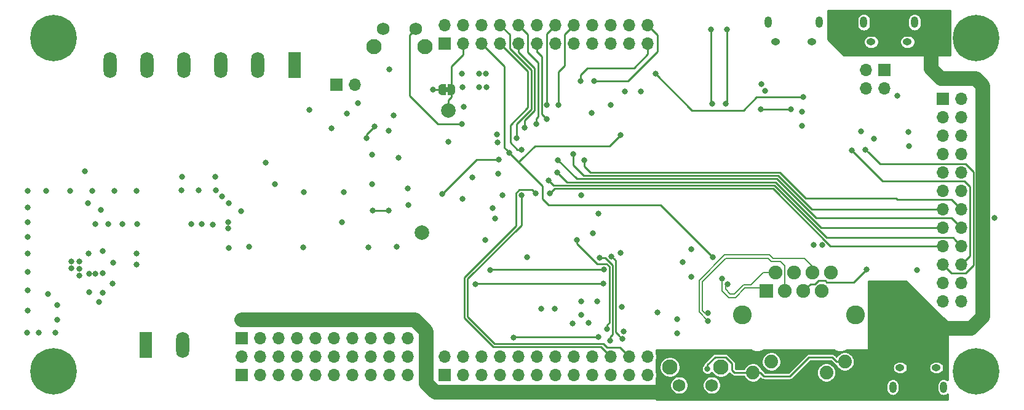
<source format=gbr>
G04 #@! TF.GenerationSoftware,KiCad,Pcbnew,(5.1.2)-1*
G04 #@! TF.CreationDate,2019-05-25T20:01:38-03:00*
G04 #@! TF.ProjectId,dragonmanh7,64726167-6f6e-46d6-916e-68372e6b6963,rev?*
G04 #@! TF.SameCoordinates,Original*
G04 #@! TF.FileFunction,Copper,L4,Bot*
G04 #@! TF.FilePolarity,Positive*
%FSLAX46Y46*%
G04 Gerber Fmt 4.6, Leading zero omitted, Abs format (unit mm)*
G04 Created by KiCad (PCBNEW (5.1.2)-1) date 2019-05-25 20:01:38*
%MOMM*%
%LPD*%
G04 APERTURE LIST*
%ADD10C,0.100000*%
%ADD11R,1.800000X3.600000*%
%ADD12O,1.800000X3.600000*%
%ADD13C,2.100000*%
%ADD14C,1.750000*%
%ADD15C,2.000000*%
%ADD16C,0.500000*%
%ADD17R,1.700000X1.700000*%
%ADD18O,1.700000X1.700000*%
%ADD19O,1.000000X1.550000*%
%ADD20O,1.250000X0.950000*%
%ADD21R,1.900000X1.900000*%
%ADD22C,1.900000*%
%ADD23C,1.890000*%
%ADD24C,2.600000*%
%ADD25C,0.800000*%
%ADD26C,6.400000*%
%ADD27C,0.250000*%
%ADD28C,2.000000*%
%ADD29C,0.200000*%
%ADD30C,0.254000*%
G04 APERTURE END LIST*
D10*
G36*
X116844000Y-39070000D02*
G01*
X117344000Y-39070000D01*
X117344000Y-39670000D01*
X116844000Y-39670000D01*
X116844000Y-39070000D01*
G37*
D11*
X75681840Y-74591820D03*
D12*
X80761840Y-74591820D03*
D11*
X96105980Y-36019740D03*
D12*
X91025980Y-36019740D03*
X85945980Y-36019740D03*
X80865980Y-36019740D03*
X75785980Y-36019740D03*
X70705980Y-36019740D03*
D13*
X147810940Y-77657160D03*
D14*
X149070940Y-80147160D03*
X153570940Y-80147160D03*
D13*
X154820940Y-77657160D03*
X114101160Y-33457680D03*
D14*
X112841160Y-30967680D03*
X108341160Y-30967680D03*
D13*
X107091160Y-33457680D03*
D15*
X113713260Y-59067700D03*
D16*
X117744000Y-39370000D03*
D10*
G36*
X117244000Y-38620000D02*
G01*
X117744000Y-38620000D01*
X117744000Y-38620602D01*
X117768534Y-38620602D01*
X117817365Y-38625412D01*
X117865490Y-38634984D01*
X117912445Y-38649228D01*
X117957778Y-38668005D01*
X118001051Y-38691136D01*
X118041850Y-38718396D01*
X118079779Y-38749524D01*
X118114476Y-38784221D01*
X118145604Y-38822150D01*
X118172864Y-38862949D01*
X118195995Y-38906222D01*
X118214772Y-38951555D01*
X118229016Y-38998510D01*
X118238588Y-39046635D01*
X118243398Y-39095466D01*
X118243398Y-39120000D01*
X118244000Y-39120000D01*
X118244000Y-39620000D01*
X118243398Y-39620000D01*
X118243398Y-39644534D01*
X118238588Y-39693365D01*
X118229016Y-39741490D01*
X118214772Y-39788445D01*
X118195995Y-39833778D01*
X118172864Y-39877051D01*
X118145604Y-39917850D01*
X118114476Y-39955779D01*
X118079779Y-39990476D01*
X118041850Y-40021604D01*
X118001051Y-40048864D01*
X117957778Y-40071995D01*
X117912445Y-40090772D01*
X117865490Y-40105016D01*
X117817365Y-40114588D01*
X117768534Y-40119398D01*
X117744000Y-40119398D01*
X117744000Y-40120000D01*
X117244000Y-40120000D01*
X117244000Y-38620000D01*
X117244000Y-38620000D01*
G37*
D16*
X116444000Y-39370000D03*
D10*
G36*
X116444000Y-40119398D02*
G01*
X116419466Y-40119398D01*
X116370635Y-40114588D01*
X116322510Y-40105016D01*
X116275555Y-40090772D01*
X116230222Y-40071995D01*
X116186949Y-40048864D01*
X116146150Y-40021604D01*
X116108221Y-39990476D01*
X116073524Y-39955779D01*
X116042396Y-39917850D01*
X116015136Y-39877051D01*
X115992005Y-39833778D01*
X115973228Y-39788445D01*
X115958984Y-39741490D01*
X115949412Y-39693365D01*
X115944602Y-39644534D01*
X115944602Y-39620000D01*
X115944000Y-39620000D01*
X115944000Y-39120000D01*
X115944602Y-39120000D01*
X115944602Y-39095466D01*
X115949412Y-39046635D01*
X115958984Y-38998510D01*
X115973228Y-38951555D01*
X115992005Y-38906222D01*
X116015136Y-38862949D01*
X116042396Y-38822150D01*
X116073524Y-38784221D01*
X116108221Y-38749524D01*
X116146150Y-38718396D01*
X116186949Y-38691136D01*
X116230222Y-38668005D01*
X116275555Y-38649228D01*
X116322510Y-38634984D01*
X116370635Y-38625412D01*
X116419466Y-38620602D01*
X116444000Y-38620602D01*
X116444000Y-38620000D01*
X116944000Y-38620000D01*
X116944000Y-40120000D01*
X116444000Y-40120000D01*
X116444000Y-40119398D01*
X116444000Y-40119398D01*
G37*
D15*
X117304820Y-42224960D03*
D17*
X116840000Y-33020000D03*
D18*
X116840000Y-30480000D03*
X119380000Y-33020000D03*
X119380000Y-30480000D03*
X121920000Y-33020000D03*
X121920000Y-30480000D03*
X124460000Y-33020000D03*
X124460000Y-30480000D03*
X127000000Y-33020000D03*
X127000000Y-30480000D03*
X129540000Y-33020000D03*
X129540000Y-30480000D03*
X132080000Y-33020000D03*
X132080000Y-30480000D03*
X134620000Y-33020000D03*
X134620000Y-30480000D03*
X137160000Y-33020000D03*
X137160000Y-30480000D03*
X139700000Y-33020000D03*
X139700000Y-30480000D03*
X142240000Y-33020000D03*
X142240000Y-30480000D03*
X144780000Y-33020000D03*
X144780000Y-30480000D03*
D19*
X174503200Y-30091400D03*
X181503200Y-30091400D03*
D20*
X180503200Y-32791400D03*
X175503200Y-32791400D03*
D19*
X185491000Y-80424000D03*
X178491000Y-80424000D03*
D20*
X179491000Y-77724000D03*
X184491000Y-77724000D03*
D19*
X161346000Y-30066000D03*
X168346000Y-30066000D03*
D20*
X167346000Y-32766000D03*
X162346000Y-32766000D03*
D21*
X161112200Y-67170300D03*
D22*
X162382200Y-64630300D03*
X163652200Y-67170300D03*
X164922200Y-64630300D03*
X166192200Y-67170300D03*
X167462200Y-64630300D03*
X168732200Y-67170300D03*
X170002200Y-64630300D03*
D23*
X171882200Y-76890300D03*
X169342200Y-78410300D03*
X161772200Y-76890300D03*
X159232200Y-78410300D03*
D24*
X157782200Y-70460300D03*
X173332200Y-70460300D03*
D17*
X88900000Y-78740000D03*
D18*
X88900000Y-76200000D03*
X91440000Y-78740000D03*
X91440000Y-76200000D03*
X93980000Y-78740000D03*
X93980000Y-76200000D03*
X96520000Y-78740000D03*
X96520000Y-76200000D03*
X99060000Y-78740000D03*
X99060000Y-76200000D03*
X101600000Y-78740000D03*
X101600000Y-76200000D03*
X104140000Y-78740000D03*
X104140000Y-76200000D03*
X106680000Y-78740000D03*
X106680000Y-76200000D03*
X109220000Y-78740000D03*
X109220000Y-76200000D03*
X111760000Y-78740000D03*
X111760000Y-76200000D03*
D17*
X88900000Y-73660000D03*
D18*
X88900000Y-71120000D03*
X91440000Y-73660000D03*
X91440000Y-71120000D03*
X93980000Y-73660000D03*
X93980000Y-71120000D03*
X96520000Y-73660000D03*
X96520000Y-71120000D03*
X99060000Y-73660000D03*
X99060000Y-71120000D03*
X101600000Y-73660000D03*
X101600000Y-71120000D03*
X104140000Y-73660000D03*
X104140000Y-71120000D03*
X106680000Y-73660000D03*
X106680000Y-71120000D03*
X109220000Y-73660000D03*
X109220000Y-71120000D03*
X111760000Y-73660000D03*
X111760000Y-71120000D03*
D17*
X101942900Y-38658800D03*
D18*
X104482900Y-38658800D03*
D17*
X177302160Y-36695380D03*
D18*
X177302160Y-39235380D03*
X174762160Y-36695380D03*
X174762160Y-39235380D03*
D17*
X116840000Y-78740000D03*
D18*
X116840000Y-76200000D03*
X119380000Y-78740000D03*
X119380000Y-76200000D03*
X121920000Y-78740000D03*
X121920000Y-76200000D03*
X124460000Y-78740000D03*
X124460000Y-76200000D03*
X127000000Y-78740000D03*
X127000000Y-76200000D03*
X129540000Y-78740000D03*
X129540000Y-76200000D03*
X132080000Y-78740000D03*
X132080000Y-76200000D03*
X134620000Y-78740000D03*
X134620000Y-76200000D03*
X137160000Y-78740000D03*
X137160000Y-76200000D03*
X139700000Y-78740000D03*
X139700000Y-76200000D03*
X142240000Y-78740000D03*
X142240000Y-76200000D03*
X144780000Y-78740000D03*
X144780000Y-76200000D03*
X187960000Y-68580000D03*
X185420000Y-68580000D03*
X187960000Y-66040000D03*
X185420000Y-66040000D03*
X187960000Y-63500000D03*
X185420000Y-63500000D03*
X187960000Y-60960000D03*
X185420000Y-60960000D03*
X187960000Y-58420000D03*
X185420000Y-58420000D03*
X187960000Y-55880000D03*
X185420000Y-55880000D03*
X187960000Y-53340000D03*
X185420000Y-53340000D03*
X187960000Y-50800000D03*
X185420000Y-50800000D03*
X187960000Y-48260000D03*
X185420000Y-48260000D03*
X187960000Y-45720000D03*
X185420000Y-45720000D03*
X187960000Y-43180000D03*
X185420000Y-43180000D03*
X187960000Y-40640000D03*
D17*
X185420000Y-40640000D03*
D25*
X61294944Y-33955056D03*
X62992000Y-34658000D03*
X64689056Y-33955056D03*
X65392000Y-32258000D03*
X64689056Y-30560944D03*
X62992000Y-29858000D03*
X61294944Y-30560944D03*
X60592000Y-32258000D03*
D26*
X62992000Y-32258000D03*
X62992000Y-78232000D03*
D25*
X65392000Y-78232000D03*
X64689056Y-79929056D03*
X62992000Y-80632000D03*
X61294944Y-79929056D03*
X60592000Y-78232000D03*
X61294944Y-76534944D03*
X62992000Y-75832000D03*
X64689056Y-76534944D03*
X188294944Y-33955056D03*
X189992000Y-34658000D03*
X191689056Y-33955056D03*
X192392000Y-32258000D03*
X191689056Y-30560944D03*
X189992000Y-29858000D03*
X188294944Y-30560944D03*
X187592000Y-32258000D03*
D26*
X189992000Y-32258000D03*
X189992000Y-78232000D03*
D25*
X192392000Y-78232000D03*
X191689056Y-79929056D03*
X189992000Y-80632000D03*
X188294944Y-79929056D03*
X187592000Y-78232000D03*
X188294944Y-76534944D03*
X189992000Y-75832000D03*
X191689056Y-76534944D03*
X146080480Y-70073280D03*
X137967720Y-56436260D03*
X139629611Y-41456185D03*
X106293920Y-61153040D03*
X124741940Y-53964840D03*
X131993640Y-69565520D03*
X109166660Y-36558220D03*
X68684140Y-57914540D03*
X70520560Y-57914540D03*
X72425560Y-57937400D03*
X74442320Y-57942480D03*
X71120000Y-66116200D03*
X69761100Y-64693800D03*
X71132700Y-63271400D03*
X69697600Y-61620400D03*
X74422000Y-53340000D03*
X74422000Y-63500000D03*
X74422000Y-61976000D03*
X61976000Y-53340000D03*
X59436000Y-53340000D03*
X68326000Y-53340000D03*
X71374000Y-53340000D03*
X65278000Y-53340000D03*
X59349000Y-72898000D03*
X59436000Y-61976000D03*
X59436000Y-57658000D03*
X59436000Y-67056000D03*
X59436000Y-64516000D03*
X59436000Y-69850000D03*
X59436000Y-59690000D03*
X59436000Y-55626000D03*
X63246000Y-72898000D03*
X63497420Y-69085420D03*
X63497420Y-71117420D03*
X60960000Y-72898000D03*
X62230000Y-67564000D03*
X106845098Y-52438300D03*
X137831260Y-68569140D03*
X135582420Y-68582300D03*
X153451560Y-31074360D03*
X111770160Y-55316120D03*
X122547620Y-39024800D03*
X121513360Y-39024800D03*
X119220220Y-39032420D03*
X123766080Y-57190140D03*
X69761100Y-67386200D03*
X115189000Y-39370000D03*
X124124720Y-46682662D03*
X120629440Y-51516040D03*
X174086398Y-45151160D03*
X166030750Y-42384980D03*
X153629360Y-41287700D03*
X180670200Y-45189140D03*
X117302280Y-46548040D03*
X135590280Y-53901340D03*
X124035820Y-45587920D03*
X148778200Y-71015860D03*
X148778200Y-73019920D03*
X141183360Y-69319140D03*
X137021094Y-42568970D03*
X141607540Y-39616140D03*
X143809720Y-39601140D03*
X137190480Y-59174620D03*
X119265700Y-54477920D03*
X103359504Y-42679482D03*
X130136900Y-69598540D03*
X181838600Y-64231520D03*
X141043660Y-61882020D03*
X69446140Y-56007000D03*
X67688460Y-55039260D03*
X67818000Y-61976000D03*
X67830700Y-67297300D03*
X65405000Y-63982600D03*
X67840620Y-64747380D03*
X68732400Y-64744600D03*
X66506720Y-65065280D03*
X123451620Y-55694580D03*
X134414260Y-71645780D03*
X135600200Y-70457300D03*
X136624060Y-71513700D03*
X141433360Y-72728900D03*
X150746460Y-65173860D03*
X149563060Y-63200520D03*
X155646120Y-31074360D03*
X160378140Y-38580060D03*
X160957260Y-39540180D03*
X167640000Y-60764420D03*
X168750692Y-60811968D03*
X110454440Y-48780700D03*
X111749840Y-53022500D03*
X122512060Y-37149800D03*
X121531620Y-37149800D03*
X119204980Y-37157420D03*
X69189600Y-68707000D03*
X66522600Y-64058800D03*
X66522600Y-63042800D03*
X65405000Y-63093600D03*
X106849760Y-48378960D03*
X101269800Y-44729400D03*
X104835960Y-41221660D03*
X175921722Y-46134673D03*
X124180600Y-50990500D03*
X109743000Y-42911000D03*
X109093000Y-45085000D03*
X119413020Y-41744900D03*
X128135380Y-62501780D03*
X150749000Y-61386720D03*
X67256660Y-50591720D03*
X166032180Y-44404280D03*
X192529260Y-57061100D03*
X102943660Y-53533040D03*
X110185200Y-61023500D03*
X155501340Y-41292780D03*
X180710840Y-47155100D03*
X122384820Y-60111640D03*
X102704900Y-57685940D03*
X179120804Y-40259000D03*
X138653520Y-66146680D03*
X121032110Y-66174665D03*
X138709400Y-64160400D03*
X123058389Y-64231059D03*
X137937670Y-73484310D03*
X126329440Y-73553320D03*
X139174913Y-72377796D03*
X135041640Y-60078620D03*
X138176000Y-62611000D03*
X139603480Y-74033380D03*
X141287492Y-73787000D03*
X139776198Y-62382400D03*
X106941620Y-56073040D03*
X109141260Y-56062880D03*
X125737620Y-48107600D03*
X141038580Y-45633640D03*
X153723340Y-62478920D03*
X172819074Y-47751160D03*
X174752000Y-47650400D03*
X160294320Y-42092880D03*
X164495480Y-42097960D03*
X145806160Y-37203380D03*
X166141400Y-40411400D03*
X176735740Y-66438780D03*
X176735740Y-69347080D03*
X176735740Y-67497960D03*
X176735740Y-68473320D03*
X182753000Y-32131000D03*
X184658000Y-31115000D03*
X184658000Y-29337000D03*
X182880000Y-31115000D03*
X182880000Y-29337000D03*
X183769000Y-30226000D03*
X186055000Y-31115000D03*
X186055000Y-29337000D03*
X185293000Y-30226000D03*
X171173140Y-31635700D03*
X172509180Y-31635700D03*
X169857420Y-31658560D03*
X169903140Y-28829000D03*
X172509180Y-28806140D03*
X171084240Y-28829000D03*
X171173140Y-30299660D03*
X172486320Y-30276800D03*
X169857420Y-30276800D03*
X107155979Y-44450000D03*
X106056186Y-46084941D03*
X153055320Y-71264000D03*
X153055320Y-70214000D03*
X155755732Y-66182632D03*
X155013268Y-65440168D03*
X174876460Y-64190880D03*
X130822700Y-43402511D03*
X129443480Y-44127511D03*
X127835660Y-44594780D03*
X126682500Y-46073060D03*
X127370840Y-47645320D03*
X119171720Y-44091860D03*
X116476780Y-53784500D03*
X124218700Y-49055020D03*
X127351370Y-53952990D03*
X129313938Y-53662580D03*
X131307840Y-53710840D03*
X131135120Y-51925220D03*
X132341620Y-50787300D03*
X132417820Y-49095660D03*
X134495540Y-48280320D03*
X136032240Y-49096228D03*
X137388600Y-38227000D03*
X135518740Y-38210376D03*
X132483860Y-41502490D03*
X130900010Y-41471680D03*
X97403920Y-53540660D03*
X84879180Y-57967880D03*
X81922620Y-57937400D03*
X83365340Y-57937400D03*
X89916000Y-61087000D03*
X92146120Y-49425860D03*
X98191320Y-42169080D03*
X85217000Y-51434998D03*
X80645000Y-51435000D03*
X97309940Y-61153040D03*
X93451680Y-52392580D03*
X80601820Y-53266340D03*
X82931240Y-53284360D03*
X85298520Y-53276740D03*
X86144100Y-54122320D03*
X87049360Y-55027580D03*
X87039200Y-57629040D03*
X87039200Y-58497720D03*
X88767920Y-56164480D03*
X87068660Y-61188600D03*
X152976580Y-77896720D03*
D27*
X116444000Y-39370000D02*
X115189000Y-39370000D01*
X153451560Y-41109900D02*
X153629360Y-41287700D01*
X153451560Y-31074360D02*
X153451560Y-41109900D01*
X155646120Y-41148000D02*
X155501340Y-41292780D01*
X155646120Y-31074360D02*
X155646120Y-41148000D01*
X138653520Y-66146680D02*
X121060095Y-66146680D01*
X121060095Y-66146680D02*
X121032110Y-66174665D01*
X138709400Y-64160400D02*
X123129048Y-64160400D01*
X123129048Y-64160400D02*
X123058389Y-64231059D01*
X126398450Y-73484310D02*
X126329440Y-73553320D01*
X137937670Y-73484310D02*
X126398450Y-73484310D01*
X137821135Y-63423800D02*
X135041640Y-60644305D01*
X139115800Y-63423800D02*
X137821135Y-63423800D01*
X135041640Y-60644305D02*
X135041640Y-60078620D01*
X139467934Y-71519090D02*
X139467934Y-63775934D01*
X139174913Y-71812111D02*
X139467934Y-71519090D01*
X139467934Y-63775934D02*
X139115800Y-63423800D01*
X139174913Y-72377796D02*
X139174913Y-71812111D01*
X139918440Y-73152735D02*
X139603480Y-73467695D01*
X139603480Y-73467695D02*
X139603480Y-74033380D01*
X139918440Y-63590029D02*
X139918440Y-73152735D01*
X138939411Y-62611000D02*
X139918440Y-63590029D01*
X138176000Y-62611000D02*
X138939411Y-62611000D01*
X140383260Y-62989462D02*
X140176197Y-62782399D01*
X140176197Y-62782399D02*
X139776198Y-62382400D01*
X140383260Y-72838479D02*
X140383260Y-62989462D01*
X140887493Y-73342712D02*
X140383260Y-72838479D01*
X140887493Y-73387001D02*
X140887493Y-73342712D01*
X141287492Y-73787000D02*
X140887493Y-73387001D01*
X106941620Y-56073040D02*
X109131100Y-56073040D01*
X109131100Y-56073040D02*
X109141260Y-56062880D01*
X125053421Y-36153421D02*
X125053421Y-47423401D01*
X125337621Y-47707601D02*
X125737620Y-48107600D01*
X121920000Y-33020000D02*
X125053421Y-36153421D01*
X125053421Y-47423401D02*
X125337621Y-47707601D01*
X146514820Y-55270400D02*
X153323341Y-62078921D01*
X130309620Y-54477920D02*
X131102100Y-55270400D01*
X131102100Y-55270400D02*
X146514820Y-55270400D01*
X130309620Y-52679600D02*
X130309620Y-54477920D01*
X153323341Y-62078921D02*
X153723340Y-62478920D01*
X127001270Y-49371250D02*
X130309620Y-52679600D01*
X125737620Y-48107600D02*
X127001270Y-49371250D01*
X127487680Y-48884840D02*
X127001270Y-49371250D01*
X129237740Y-47134780D02*
X127487680Y-48884840D01*
X141038580Y-45633640D02*
X139537440Y-47134780D01*
X139537440Y-47134780D02*
X129237740Y-47134780D01*
X172830920Y-47751160D02*
X172819074Y-47751160D01*
X177054761Y-51975001D02*
X172830920Y-47751160D01*
X188334003Y-51975001D02*
X177054761Y-51975001D01*
X189135001Y-52775999D02*
X188334003Y-51975001D01*
X187960000Y-63500000D02*
X189135001Y-62324999D01*
X189135001Y-62324999D02*
X189135001Y-52775999D01*
X188524001Y-49624999D02*
X176726599Y-49624999D01*
X185420000Y-63500000D02*
X186595001Y-64675001D01*
X176726599Y-49624999D02*
X175151999Y-48050399D01*
X175151999Y-48050399D02*
X174752000Y-47650400D01*
X189598300Y-50699298D02*
X188524001Y-49624999D01*
X189598300Y-63600702D02*
X189598300Y-50699298D01*
X188524001Y-64675001D02*
X189598300Y-63600702D01*
X186595001Y-64675001D02*
X188524001Y-64675001D01*
X160294320Y-42092880D02*
X164490400Y-42092880D01*
X164490400Y-42092880D02*
X164495480Y-42097960D01*
X145806160Y-37203380D02*
X150837900Y-42235120D01*
X150837900Y-42235120D02*
X157914340Y-42235120D01*
X157914340Y-42235120D02*
X159738060Y-40411400D01*
X165575715Y-40411400D02*
X166141400Y-40411400D01*
X159738060Y-40411400D02*
X165575715Y-40411400D01*
X184658000Y-31115000D02*
X182880000Y-31115000D01*
X182880000Y-31115000D02*
X183769000Y-30226000D01*
X184658000Y-31115000D02*
X186055000Y-31115000D01*
X184658000Y-31115000D02*
X184658000Y-30861000D01*
X184658000Y-30861000D02*
X185293000Y-30226000D01*
X171173140Y-31635700D02*
X172509180Y-31635700D01*
X169857420Y-28874720D02*
X169903140Y-28829000D01*
X172509180Y-31635700D02*
X172509180Y-30299660D01*
X172509180Y-30299660D02*
X172486320Y-30276800D01*
X169857420Y-31658560D02*
X169857420Y-30276800D01*
X169857420Y-30276800D02*
X169857420Y-28874720D01*
D28*
X88900000Y-71120000D02*
X112712500Y-71120000D01*
X114305080Y-79890620D02*
X115534440Y-81119980D01*
X114305080Y-72712580D02*
X114305080Y-79890620D01*
X112712500Y-71120000D02*
X114305080Y-72712580D01*
X171610020Y-81119980D02*
X180340000Y-72390000D01*
X145434022Y-81119980D02*
X145461962Y-81147920D01*
X115534440Y-81119980D02*
X145434022Y-81119980D01*
X145461962Y-81147920D02*
X146679920Y-81147920D01*
X183769000Y-31958280D02*
X183769000Y-30226000D01*
X183769000Y-36522660D02*
X183769000Y-31958280D01*
X185127900Y-37881560D02*
X183769000Y-36522660D01*
X189969140Y-37881560D02*
X185127900Y-37881560D01*
X190929260Y-38841680D02*
X189969140Y-37881560D01*
X184774840Y-72293480D02*
X189293500Y-72293480D01*
X189293500Y-72293480D02*
X190929260Y-70657720D01*
X190929260Y-70657720D02*
X190929260Y-38841680D01*
D27*
X106056186Y-45549793D02*
X106056186Y-46084941D01*
X107155979Y-44450000D02*
X106056186Y-45549793D01*
D29*
X151854960Y-70063640D02*
X151854960Y-65664860D01*
X153055320Y-71264000D02*
X151854960Y-70063640D01*
X151854960Y-65664860D02*
X155344640Y-62175180D01*
X167462200Y-63792100D02*
X167462200Y-64630300D01*
X155344640Y-62175180D02*
X161515279Y-62175180D01*
X166339520Y-62669420D02*
X167462200Y-63792100D01*
X161515279Y-62175180D02*
X162009519Y-62669420D01*
X162009519Y-62669420D02*
X166339520Y-62669420D01*
X163652200Y-64948499D02*
X163652200Y-67170300D01*
X163632201Y-64928500D02*
X163652200Y-64948499D01*
X163632201Y-63678121D02*
X163632201Y-64928500D01*
X152641717Y-70214000D02*
X152304960Y-69877243D01*
X152304960Y-69877243D02*
X152304960Y-65851260D01*
X163052760Y-63098680D02*
X163632201Y-63678121D01*
X153055320Y-70214000D02*
X152641717Y-70214000D01*
X161328881Y-62625180D02*
X161802381Y-63098680D01*
X152304960Y-65851260D02*
X155531040Y-62625180D01*
X161802381Y-63098680D02*
X163052760Y-63098680D01*
X155531040Y-62625180D02*
X161328881Y-62625180D01*
X160657540Y-64630300D02*
X162382200Y-64630300D01*
X158977540Y-66310300D02*
X160657540Y-64630300D01*
X155463268Y-66475096D02*
X155463268Y-66928328D01*
X155755732Y-66182632D02*
X155463268Y-66475096D01*
X155463268Y-66928328D02*
X156125400Y-67590460D01*
X156125400Y-67590460D02*
X156645120Y-67590460D01*
X156645120Y-67590460D02*
X157925280Y-66310300D01*
X157925280Y-66310300D02*
X158977540Y-66310300D01*
X155013268Y-67114728D02*
X155939000Y-68040460D01*
X155013268Y-65440168D02*
X155013268Y-67114728D01*
X155939000Y-68040460D02*
X156831520Y-68040460D01*
X160702200Y-66760300D02*
X161112200Y-67170300D01*
X158111680Y-66760300D02*
X160702200Y-66760300D01*
X156831520Y-68040460D02*
X158111680Y-66760300D01*
D27*
X169396141Y-65947239D02*
X173120101Y-65947239D01*
X169173942Y-65725040D02*
X169396141Y-65947239D01*
X168254462Y-65725040D02*
X169173942Y-65725040D01*
X174476461Y-64590879D02*
X174876460Y-64190880D01*
X167759201Y-66220301D02*
X168254462Y-65725040D01*
X167142199Y-66220301D02*
X167759201Y-66220301D01*
X173120101Y-65947239D02*
X174476461Y-64590879D01*
X166192200Y-67170300D02*
X167142199Y-66220301D01*
X129540000Y-34222081D02*
X129540000Y-33020000D01*
X129599081Y-34222081D02*
X129540000Y-34222081D01*
X130175000Y-34798000D02*
X129599081Y-34222081D01*
X130822700Y-43402511D02*
X130175000Y-42754811D01*
X130175000Y-42754811D02*
X130175000Y-34798000D01*
X127849999Y-31329999D02*
X127000000Y-30480000D01*
X129443480Y-43350180D02*
X129667000Y-43126660D01*
X129667000Y-43126660D02*
X129667000Y-35643820D01*
X129443480Y-44127511D02*
X129443480Y-43350180D01*
X129667000Y-35643820D02*
X128259840Y-34236660D01*
X128259840Y-31739840D02*
X127849999Y-31329999D01*
X128259840Y-34236660D02*
X128259840Y-31739840D01*
X127835660Y-44594780D02*
X127835660Y-43573982D01*
X127835660Y-43573982D02*
X129170022Y-42239620D01*
X127000000Y-34222081D02*
X127000000Y-33020000D01*
X129170022Y-36392103D02*
X127000000Y-34222081D01*
X129170022Y-42239620D02*
X129170022Y-36392103D01*
X126682500Y-44090731D02*
X126682500Y-45507375D01*
X128720011Y-42053220D02*
X126682500Y-44090731D01*
X126682500Y-45507375D02*
X126682500Y-46073060D01*
X125760010Y-33683600D02*
X128720011Y-36643600D01*
X125760010Y-31780010D02*
X125760010Y-33683600D01*
X128720011Y-36643600D02*
X128720011Y-42053220D01*
X124460000Y-30480000D02*
X125760010Y-31780010D01*
X126805155Y-47645320D02*
X127370840Y-47645320D01*
X125835672Y-46675837D02*
X126805155Y-47645320D01*
X128270000Y-41866820D02*
X125835672Y-44301148D01*
X124460000Y-33020000D02*
X128270000Y-36830000D01*
X125835672Y-44301148D02*
X125835672Y-46675837D01*
X128270000Y-36830000D02*
X128270000Y-41866820D01*
X112841160Y-30967680D02*
X111966161Y-31842679D01*
X115846860Y-44091860D02*
X118606035Y-44091860D01*
X118606035Y-44091860D02*
X119171720Y-44091860D01*
X111966161Y-40211161D02*
X115846860Y-44091860D01*
X111966161Y-31842679D02*
X111966161Y-40211161D01*
X121206260Y-49055020D02*
X123653015Y-49055020D01*
X123653015Y-49055020D02*
X124218700Y-49055020D01*
X116476780Y-53784500D02*
X121206260Y-49055020D01*
X127351370Y-54518675D02*
X127351370Y-53952990D01*
X127351370Y-58090360D02*
X127351370Y-54518675D01*
X119979440Y-65462290D02*
X127351370Y-58090360D01*
X140942060Y-74902060D02*
X139170556Y-74902060D01*
X142240000Y-76200000D02*
X140942060Y-74902060D01*
X139170556Y-74902060D02*
X138662555Y-74394059D01*
X138662555Y-74394059D02*
X123695459Y-74394059D01*
X123695459Y-74394059D02*
X119979440Y-70678040D01*
X119979440Y-70678040D02*
X119979440Y-65462290D01*
X123509059Y-74844070D02*
X119529429Y-70864440D01*
X119529429Y-70864440D02*
X119529429Y-65275890D01*
X119529429Y-65275890D02*
X126606300Y-58199020D01*
X126606300Y-58199020D02*
X126606300Y-53672740D01*
X127081280Y-53197760D02*
X128849118Y-53197760D01*
X126606300Y-53672740D02*
X127081280Y-53197760D01*
X138344070Y-74844070D02*
X123509059Y-74844070D01*
X139700000Y-76200000D02*
X138344070Y-74844070D01*
X128913939Y-53262581D02*
X129313938Y-53662580D01*
X128849118Y-53197760D02*
X128913939Y-53262581D01*
X131994025Y-53024655D02*
X161988685Y-53024655D01*
X131307840Y-53710840D02*
X131994025Y-53024655D01*
X161988685Y-53024655D02*
X169924030Y-60960000D01*
X184217919Y-60960000D02*
X185420000Y-60960000D01*
X169924030Y-60960000D02*
X184217919Y-60960000D01*
X186784999Y-59784999D02*
X187110001Y-60110001D01*
X169385438Y-59784999D02*
X186784999Y-59784999D01*
X187110001Y-60110001D02*
X187960000Y-60960000D01*
X162175084Y-52574644D02*
X169385438Y-59784999D01*
X131784544Y-52574644D02*
X162175084Y-52574644D01*
X131135120Y-51925220D02*
X131784544Y-52574644D01*
X184217919Y-58420000D02*
X185420000Y-58420000D01*
X168656851Y-58420000D02*
X184217919Y-58420000D01*
X162361484Y-52124633D02*
X168656851Y-58420000D01*
X133678953Y-52124633D02*
X162361484Y-52124633D01*
X132341620Y-50787300D02*
X133678953Y-52124633D01*
X132417820Y-49095660D02*
X134996782Y-51674622D01*
X134996782Y-51674622D02*
X162547884Y-51674622D01*
X162547884Y-51674622D02*
X167928262Y-57055001D01*
X167928262Y-57055001D02*
X186595001Y-57055001D01*
X186595001Y-57055001D02*
X187110001Y-57570001D01*
X187110001Y-57570001D02*
X187960000Y-58420000D01*
X184217919Y-55880000D02*
X185420000Y-55880000D01*
X167389673Y-55880000D02*
X184217919Y-55880000D01*
X162734284Y-51224611D02*
X167389673Y-55880000D01*
X135908211Y-51224611D02*
X162734284Y-51224611D01*
X134495540Y-48280320D02*
X134495540Y-49811940D01*
X134495540Y-49811940D02*
X135908211Y-51224611D01*
X136032240Y-49951640D02*
X136032240Y-49096228D01*
X136855200Y-50774600D02*
X136032240Y-49951640D01*
X186595001Y-54515001D02*
X179096921Y-54515001D01*
X187960000Y-55880000D02*
X186595001Y-54515001D01*
X179096921Y-54515001D02*
X178970940Y-54389020D01*
X178970940Y-54389020D02*
X166535103Y-54389020D01*
X166535103Y-54389020D02*
X162920683Y-50774600D01*
X162920683Y-50774600D02*
X136855200Y-50774600D01*
X146103340Y-34129980D02*
X142006320Y-38227000D01*
X142006320Y-38227000D02*
X137954285Y-38227000D01*
X144780000Y-30480000D02*
X146103340Y-31803340D01*
X137954285Y-38227000D02*
X137388600Y-38227000D01*
X146103340Y-31803340D02*
X146103340Y-34129980D01*
X135481060Y-37373560D02*
X135481060Y-38172696D01*
X136481820Y-36372800D02*
X135481060Y-37373560D01*
X142902940Y-36372800D02*
X136481820Y-36372800D01*
X135481060Y-38172696D02*
X135518740Y-38210376D01*
X144780000Y-33020000D02*
X144780000Y-34495740D01*
X144780000Y-34495740D02*
X142902940Y-36372800D01*
X133339391Y-31760609D02*
X134620000Y-30480000D01*
X133339391Y-36039611D02*
X133339391Y-31760609D01*
X132483860Y-36895142D02*
X133339391Y-36039611D01*
X132483860Y-41502490D02*
X132483860Y-36895142D01*
X130900010Y-31659990D02*
X130900010Y-40905995D01*
X132080000Y-30480000D02*
X130900010Y-31659990D01*
X130900010Y-40905995D02*
X130900010Y-41471680D01*
X170771240Y-76890300D02*
X170157140Y-76276200D01*
X166938960Y-76276200D02*
X164338000Y-78877160D01*
X171882200Y-76890300D02*
X170771240Y-76890300D01*
X164338000Y-78877160D02*
X160723580Y-78877160D01*
X170157140Y-76276200D02*
X166938960Y-76276200D01*
X160256720Y-78410300D02*
X159232200Y-78410300D01*
X160723580Y-78877160D02*
X160256720Y-78410300D01*
X155480941Y-76282159D02*
X156329380Y-77130598D01*
X154025456Y-76282159D02*
X155480941Y-76282159D01*
X152976580Y-77896720D02*
X152976580Y-77331035D01*
X152976580Y-77331035D02*
X154025456Y-76282159D01*
X156329380Y-77130598D02*
X156329380Y-78056740D01*
X156682940Y-78410300D02*
X159232200Y-78410300D01*
X156329380Y-78056740D02*
X156682940Y-78410300D01*
X117729000Y-39385000D02*
X117744000Y-39370000D01*
X117744000Y-39370000D02*
X117744000Y-36180000D01*
X119380000Y-34544000D02*
X119380000Y-33020000D01*
X117744000Y-36180000D02*
X119380000Y-34544000D01*
X117744000Y-40371567D02*
X117744000Y-40157160D01*
X117304820Y-42224960D02*
X117304820Y-40810747D01*
X117304820Y-40810747D02*
X117744000Y-40371567D01*
X117744000Y-39370000D02*
X117744000Y-40157160D01*
D30*
G36*
X186021980Y-71454558D02*
G01*
X186021980Y-79445066D01*
X185982824Y-79412932D01*
X185829774Y-79331125D01*
X185663705Y-79280748D01*
X185491000Y-79263738D01*
X185318294Y-79280748D01*
X185152225Y-79331125D01*
X184999175Y-79412932D01*
X184865025Y-79523025D01*
X184754932Y-79657176D01*
X184673125Y-79810226D01*
X184622748Y-79976295D01*
X184610000Y-80105728D01*
X184610000Y-80742273D01*
X184622748Y-80871706D01*
X184673125Y-81037775D01*
X184754933Y-81190825D01*
X184865026Y-81324975D01*
X184999176Y-81435068D01*
X185152226Y-81516875D01*
X185318295Y-81567252D01*
X185491000Y-81584262D01*
X185663706Y-81567252D01*
X185829775Y-81516875D01*
X185982825Y-81435068D01*
X186021980Y-81402935D01*
X186021980Y-82094000D01*
X145972791Y-82094000D01*
X145971571Y-80023455D01*
X147814940Y-80023455D01*
X147814940Y-80270865D01*
X147863208Y-80513522D01*
X147957887Y-80742099D01*
X148095341Y-80947813D01*
X148270287Y-81122759D01*
X148476001Y-81260213D01*
X148704578Y-81354892D01*
X148947235Y-81403160D01*
X149194645Y-81403160D01*
X149437302Y-81354892D01*
X149665879Y-81260213D01*
X149871593Y-81122759D01*
X150046539Y-80947813D01*
X150183993Y-80742099D01*
X150278672Y-80513522D01*
X150326940Y-80270865D01*
X150326940Y-80023455D01*
X152314940Y-80023455D01*
X152314940Y-80270865D01*
X152363208Y-80513522D01*
X152457887Y-80742099D01*
X152595341Y-80947813D01*
X152770287Y-81122759D01*
X152976001Y-81260213D01*
X153204578Y-81354892D01*
X153447235Y-81403160D01*
X153694645Y-81403160D01*
X153937302Y-81354892D01*
X154165879Y-81260213D01*
X154371593Y-81122759D01*
X154546539Y-80947813D01*
X154683993Y-80742099D01*
X154778672Y-80513522D01*
X154826940Y-80270865D01*
X154826940Y-80105728D01*
X177610000Y-80105728D01*
X177610000Y-80742273D01*
X177622748Y-80871706D01*
X177673125Y-81037775D01*
X177754933Y-81190825D01*
X177865026Y-81324975D01*
X177999176Y-81435068D01*
X178152226Y-81516875D01*
X178318295Y-81567252D01*
X178491000Y-81584262D01*
X178663706Y-81567252D01*
X178829775Y-81516875D01*
X178982825Y-81435068D01*
X179116975Y-81324975D01*
X179227068Y-81190825D01*
X179308875Y-81037775D01*
X179359252Y-80871706D01*
X179372000Y-80742273D01*
X179372000Y-80105727D01*
X179359252Y-79976294D01*
X179308875Y-79810225D01*
X179227068Y-79657175D01*
X179116975Y-79523025D01*
X178982824Y-79412932D01*
X178829774Y-79331125D01*
X178663705Y-79280748D01*
X178491000Y-79263738D01*
X178318294Y-79280748D01*
X178152225Y-79331125D01*
X177999175Y-79412932D01*
X177865025Y-79523025D01*
X177754932Y-79657176D01*
X177673125Y-79810226D01*
X177622748Y-79976295D01*
X177610000Y-80105728D01*
X154826940Y-80105728D01*
X154826940Y-80023455D01*
X154778672Y-79780798D01*
X154683993Y-79552221D01*
X154546539Y-79346507D01*
X154371593Y-79171561D01*
X154165879Y-79034107D01*
X153937302Y-78939428D01*
X153694645Y-78891160D01*
X153447235Y-78891160D01*
X153204578Y-78939428D01*
X152976001Y-79034107D01*
X152770287Y-79171561D01*
X152595341Y-79346507D01*
X152457887Y-79552221D01*
X152363208Y-79780798D01*
X152314940Y-80023455D01*
X150326940Y-80023455D01*
X150278672Y-79780798D01*
X150183993Y-79552221D01*
X150046539Y-79346507D01*
X149871593Y-79171561D01*
X149665879Y-79034107D01*
X149437302Y-78939428D01*
X149194645Y-78891160D01*
X148947235Y-78891160D01*
X148704578Y-78939428D01*
X148476001Y-79034107D01*
X148270287Y-79171561D01*
X148095341Y-79346507D01*
X147957887Y-79552221D01*
X147863208Y-79780798D01*
X147814940Y-80023455D01*
X145971571Y-80023455D01*
X145970999Y-79054464D01*
X145993188Y-78981318D01*
X146016956Y-78740000D01*
X145993188Y-78498682D01*
X145970628Y-78424311D01*
X145970093Y-77516219D01*
X146379940Y-77516219D01*
X146379940Y-77798101D01*
X146434933Y-78074567D01*
X146542804Y-78334993D01*
X146699410Y-78569369D01*
X146898731Y-78768690D01*
X147133107Y-78925296D01*
X147393533Y-79033167D01*
X147669999Y-79088160D01*
X147951881Y-79088160D01*
X148228347Y-79033167D01*
X148488773Y-78925296D01*
X148723149Y-78768690D01*
X148922470Y-78569369D01*
X149079076Y-78334993D01*
X149186947Y-78074567D01*
X149237624Y-77819798D01*
X152195580Y-77819798D01*
X152195580Y-77973642D01*
X152225593Y-78124529D01*
X152284467Y-78266662D01*
X152369938Y-78394579D01*
X152478721Y-78503362D01*
X152606638Y-78588833D01*
X152748771Y-78647707D01*
X152899658Y-78677720D01*
X153053502Y-78677720D01*
X153204389Y-78647707D01*
X153346522Y-78588833D01*
X153474439Y-78503362D01*
X153583222Y-78394579D01*
X153587920Y-78387548D01*
X153709410Y-78569369D01*
X153908731Y-78768690D01*
X154143107Y-78925296D01*
X154403533Y-79033167D01*
X154679999Y-79088160D01*
X154961881Y-79088160D01*
X155238347Y-79033167D01*
X155498773Y-78925296D01*
X155733149Y-78768690D01*
X155932470Y-78569369D01*
X156010155Y-78453106D01*
X156307568Y-78750520D01*
X156323413Y-78769827D01*
X156400461Y-78833059D01*
X156488365Y-78880045D01*
X156561547Y-78902244D01*
X156583746Y-78908978D01*
X156593634Y-78909952D01*
X156658086Y-78916300D01*
X156658093Y-78916300D01*
X156682939Y-78918747D01*
X156707785Y-78916300D01*
X158006540Y-78916300D01*
X158057114Y-79038397D01*
X158202229Y-79255576D01*
X158386924Y-79440271D01*
X158604103Y-79585386D01*
X158845420Y-79685343D01*
X159101600Y-79736300D01*
X159362800Y-79736300D01*
X159618980Y-79685343D01*
X159860297Y-79585386D01*
X160077476Y-79440271D01*
X160262171Y-79255576D01*
X160311932Y-79181104D01*
X160348208Y-79217380D01*
X160364053Y-79236687D01*
X160441101Y-79299919D01*
X160528260Y-79346507D01*
X160529005Y-79346905D01*
X160624387Y-79375838D01*
X160723580Y-79385608D01*
X160748434Y-79383160D01*
X164313154Y-79383160D01*
X164338000Y-79385607D01*
X164362846Y-79383160D01*
X164362854Y-79383160D01*
X164437193Y-79375838D01*
X164532575Y-79346905D01*
X164620479Y-79299919D01*
X164697527Y-79236687D01*
X164713376Y-79217375D01*
X165651051Y-78279700D01*
X168016200Y-78279700D01*
X168016200Y-78540900D01*
X168067157Y-78797080D01*
X168167114Y-79038397D01*
X168312229Y-79255576D01*
X168496924Y-79440271D01*
X168714103Y-79585386D01*
X168955420Y-79685343D01*
X169211600Y-79736300D01*
X169472800Y-79736300D01*
X169728980Y-79685343D01*
X169970297Y-79585386D01*
X170187476Y-79440271D01*
X170372171Y-79255576D01*
X170517286Y-79038397D01*
X170617243Y-78797080D01*
X170668200Y-78540900D01*
X170668200Y-78279700D01*
X170617243Y-78023520D01*
X170517286Y-77782203D01*
X170372171Y-77565024D01*
X170187476Y-77380329D01*
X169970297Y-77235214D01*
X169728980Y-77135257D01*
X169472800Y-77084300D01*
X169211600Y-77084300D01*
X168955420Y-77135257D01*
X168714103Y-77235214D01*
X168496924Y-77380329D01*
X168312229Y-77565024D01*
X168167114Y-77782203D01*
X168067157Y-78023520D01*
X168016200Y-78279700D01*
X165651051Y-78279700D01*
X167148552Y-76782200D01*
X169947549Y-76782200D01*
X170395868Y-77230520D01*
X170411713Y-77249827D01*
X170488761Y-77313059D01*
X170576665Y-77360045D01*
X170650842Y-77382546D01*
X170707114Y-77518397D01*
X170852229Y-77735576D01*
X171036924Y-77920271D01*
X171254103Y-78065386D01*
X171495420Y-78165343D01*
X171751600Y-78216300D01*
X172012800Y-78216300D01*
X172268980Y-78165343D01*
X172510297Y-78065386D01*
X172727476Y-77920271D01*
X172912171Y-77735576D01*
X172919905Y-77724000D01*
X178480859Y-77724000D01*
X178497386Y-77891805D01*
X178546333Y-78053162D01*
X178625819Y-78201869D01*
X178732788Y-78332212D01*
X178863131Y-78439181D01*
X179011838Y-78518667D01*
X179173195Y-78567614D01*
X179298955Y-78580000D01*
X179683045Y-78580000D01*
X179808805Y-78567614D01*
X179970162Y-78518667D01*
X180118869Y-78439181D01*
X180249212Y-78332212D01*
X180356181Y-78201869D01*
X180435667Y-78053162D01*
X180484614Y-77891805D01*
X180501141Y-77724000D01*
X183480859Y-77724000D01*
X183497386Y-77891805D01*
X183546333Y-78053162D01*
X183625819Y-78201869D01*
X183732788Y-78332212D01*
X183863131Y-78439181D01*
X184011838Y-78518667D01*
X184173195Y-78567614D01*
X184298955Y-78580000D01*
X184683045Y-78580000D01*
X184808805Y-78567614D01*
X184970162Y-78518667D01*
X185118869Y-78439181D01*
X185249212Y-78332212D01*
X185356181Y-78201869D01*
X185435667Y-78053162D01*
X185484614Y-77891805D01*
X185501141Y-77724000D01*
X185484614Y-77556195D01*
X185435667Y-77394838D01*
X185356181Y-77246131D01*
X185249212Y-77115788D01*
X185118869Y-77008819D01*
X184970162Y-76929333D01*
X184808805Y-76880386D01*
X184683045Y-76868000D01*
X184298955Y-76868000D01*
X184173195Y-76880386D01*
X184011838Y-76929333D01*
X183863131Y-77008819D01*
X183732788Y-77115788D01*
X183625819Y-77246131D01*
X183546333Y-77394838D01*
X183497386Y-77556195D01*
X183480859Y-77724000D01*
X180501141Y-77724000D01*
X180484614Y-77556195D01*
X180435667Y-77394838D01*
X180356181Y-77246131D01*
X180249212Y-77115788D01*
X180118869Y-77008819D01*
X179970162Y-76929333D01*
X179808805Y-76880386D01*
X179683045Y-76868000D01*
X179298955Y-76868000D01*
X179173195Y-76880386D01*
X179011838Y-76929333D01*
X178863131Y-77008819D01*
X178732788Y-77115788D01*
X178625819Y-77246131D01*
X178546333Y-77394838D01*
X178497386Y-77556195D01*
X178480859Y-77724000D01*
X172919905Y-77724000D01*
X173057286Y-77518397D01*
X173157243Y-77277080D01*
X173208200Y-77020900D01*
X173208200Y-76759700D01*
X173157243Y-76503520D01*
X173057286Y-76262203D01*
X172912171Y-76045024D01*
X172727476Y-75860329D01*
X172510297Y-75715214D01*
X172268980Y-75615257D01*
X172012800Y-75564300D01*
X171751600Y-75564300D01*
X171495420Y-75615257D01*
X171254103Y-75715214D01*
X171036924Y-75860329D01*
X170852229Y-76045024D01*
X170767845Y-76171313D01*
X170532516Y-75935985D01*
X170516667Y-75916673D01*
X170439619Y-75853441D01*
X170351715Y-75806455D01*
X170256333Y-75777522D01*
X170181994Y-75770200D01*
X170181986Y-75770200D01*
X170157140Y-75767753D01*
X170132294Y-75770200D01*
X166963814Y-75770200D01*
X166938960Y-75767752D01*
X166914106Y-75770200D01*
X166839767Y-75777522D01*
X166744385Y-75806455D01*
X166656481Y-75853441D01*
X166579433Y-75916673D01*
X166563588Y-75935980D01*
X164128409Y-78371160D01*
X160933172Y-78371160D01*
X160632096Y-78070085D01*
X160616247Y-78050773D01*
X160539199Y-77987541D01*
X160479015Y-77955372D01*
X160407286Y-77782203D01*
X160262171Y-77565024D01*
X160077476Y-77380329D01*
X159860297Y-77235214D01*
X159618980Y-77135257D01*
X159362800Y-77084300D01*
X159101600Y-77084300D01*
X158845420Y-77135257D01*
X158604103Y-77235214D01*
X158386924Y-77380329D01*
X158202229Y-77565024D01*
X158057114Y-77782203D01*
X158006540Y-77904300D01*
X156892532Y-77904300D01*
X156835380Y-77847149D01*
X156835380Y-77155452D01*
X156837828Y-77130598D01*
X156828058Y-77031405D01*
X156799125Y-76936023D01*
X156795549Y-76929333D01*
X156752139Y-76848119D01*
X156688907Y-76771071D01*
X156675052Y-76759700D01*
X160446200Y-76759700D01*
X160446200Y-77020900D01*
X160497157Y-77277080D01*
X160597114Y-77518397D01*
X160742229Y-77735576D01*
X160926924Y-77920271D01*
X161144103Y-78065386D01*
X161385420Y-78165343D01*
X161641600Y-78216300D01*
X161902800Y-78216300D01*
X162158980Y-78165343D01*
X162400297Y-78065386D01*
X162617476Y-77920271D01*
X162802171Y-77735576D01*
X162947286Y-77518397D01*
X163047243Y-77277080D01*
X163098200Y-77020900D01*
X163098200Y-76759700D01*
X163047243Y-76503520D01*
X162947286Y-76262203D01*
X162802171Y-76045024D01*
X162617476Y-75860329D01*
X162400297Y-75715214D01*
X162158980Y-75615257D01*
X161902800Y-75564300D01*
X161641600Y-75564300D01*
X161385420Y-75615257D01*
X161144103Y-75715214D01*
X160926924Y-75860329D01*
X160742229Y-76045024D01*
X160597114Y-76262203D01*
X160497157Y-76503520D01*
X160446200Y-76759700D01*
X156675052Y-76759700D01*
X156669600Y-76755226D01*
X155856317Y-75941944D01*
X155840468Y-75922632D01*
X155763420Y-75859400D01*
X155675516Y-75812414D01*
X155580134Y-75783481D01*
X155505795Y-75776159D01*
X155505787Y-75776159D01*
X155480941Y-75773712D01*
X155456095Y-75776159D01*
X154050310Y-75776159D01*
X154025456Y-75773711D01*
X154000602Y-75776159D01*
X153926263Y-75783481D01*
X153830881Y-75812414D01*
X153742977Y-75859400D01*
X153665929Y-75922632D01*
X153650084Y-75941939D01*
X152636360Y-76955664D01*
X152617054Y-76971508D01*
X152553822Y-77048556D01*
X152534409Y-77084875D01*
X152506835Y-77136461D01*
X152477902Y-77231843D01*
X152471451Y-77297348D01*
X152369938Y-77398861D01*
X152284467Y-77526778D01*
X152225593Y-77668911D01*
X152195580Y-77819798D01*
X149237624Y-77819798D01*
X149241940Y-77798101D01*
X149241940Y-77516219D01*
X149186947Y-77239753D01*
X149079076Y-76979327D01*
X148922470Y-76744951D01*
X148723149Y-76545630D01*
X148488773Y-76389024D01*
X148228347Y-76281153D01*
X147951881Y-76226160D01*
X147669999Y-76226160D01*
X147393533Y-76281153D01*
X147133107Y-76389024D01*
X146898731Y-76545630D01*
X146699410Y-76744951D01*
X146542804Y-76979327D01*
X146434933Y-77239753D01*
X146379940Y-77516219D01*
X145970093Y-77516219D01*
X145969505Y-76519390D01*
X145993188Y-76441318D01*
X146016956Y-76200000D01*
X145993188Y-75958682D01*
X145969128Y-75879367D01*
X145968793Y-75311000D01*
X158947544Y-75311000D01*
X159257071Y-75439210D01*
X159644626Y-75516300D01*
X160039774Y-75516300D01*
X160427329Y-75439210D01*
X160736856Y-75311000D01*
X170377544Y-75311000D01*
X170687071Y-75439210D01*
X171074626Y-75516300D01*
X171469774Y-75516300D01*
X171857329Y-75439210D01*
X172166856Y-75311000D01*
X174981934Y-75311000D01*
X175006710Y-75308560D01*
X175030535Y-75301333D01*
X175052491Y-75289597D01*
X175071737Y-75273803D01*
X175087531Y-75254557D01*
X175099267Y-75232601D01*
X175106494Y-75208776D01*
X175108934Y-75184019D01*
X175110323Y-65761394D01*
X180325521Y-65759872D01*
X186021980Y-71454558D01*
X186021980Y-71454558D01*
G37*
X186021980Y-71454558D02*
X186021980Y-79445066D01*
X185982824Y-79412932D01*
X185829774Y-79331125D01*
X185663705Y-79280748D01*
X185491000Y-79263738D01*
X185318294Y-79280748D01*
X185152225Y-79331125D01*
X184999175Y-79412932D01*
X184865025Y-79523025D01*
X184754932Y-79657176D01*
X184673125Y-79810226D01*
X184622748Y-79976295D01*
X184610000Y-80105728D01*
X184610000Y-80742273D01*
X184622748Y-80871706D01*
X184673125Y-81037775D01*
X184754933Y-81190825D01*
X184865026Y-81324975D01*
X184999176Y-81435068D01*
X185152226Y-81516875D01*
X185318295Y-81567252D01*
X185491000Y-81584262D01*
X185663706Y-81567252D01*
X185829775Y-81516875D01*
X185982825Y-81435068D01*
X186021980Y-81402935D01*
X186021980Y-82094000D01*
X145972791Y-82094000D01*
X145971571Y-80023455D01*
X147814940Y-80023455D01*
X147814940Y-80270865D01*
X147863208Y-80513522D01*
X147957887Y-80742099D01*
X148095341Y-80947813D01*
X148270287Y-81122759D01*
X148476001Y-81260213D01*
X148704578Y-81354892D01*
X148947235Y-81403160D01*
X149194645Y-81403160D01*
X149437302Y-81354892D01*
X149665879Y-81260213D01*
X149871593Y-81122759D01*
X150046539Y-80947813D01*
X150183993Y-80742099D01*
X150278672Y-80513522D01*
X150326940Y-80270865D01*
X150326940Y-80023455D01*
X152314940Y-80023455D01*
X152314940Y-80270865D01*
X152363208Y-80513522D01*
X152457887Y-80742099D01*
X152595341Y-80947813D01*
X152770287Y-81122759D01*
X152976001Y-81260213D01*
X153204578Y-81354892D01*
X153447235Y-81403160D01*
X153694645Y-81403160D01*
X153937302Y-81354892D01*
X154165879Y-81260213D01*
X154371593Y-81122759D01*
X154546539Y-80947813D01*
X154683993Y-80742099D01*
X154778672Y-80513522D01*
X154826940Y-80270865D01*
X154826940Y-80105728D01*
X177610000Y-80105728D01*
X177610000Y-80742273D01*
X177622748Y-80871706D01*
X177673125Y-81037775D01*
X177754933Y-81190825D01*
X177865026Y-81324975D01*
X177999176Y-81435068D01*
X178152226Y-81516875D01*
X178318295Y-81567252D01*
X178491000Y-81584262D01*
X178663706Y-81567252D01*
X178829775Y-81516875D01*
X178982825Y-81435068D01*
X179116975Y-81324975D01*
X179227068Y-81190825D01*
X179308875Y-81037775D01*
X179359252Y-80871706D01*
X179372000Y-80742273D01*
X179372000Y-80105727D01*
X179359252Y-79976294D01*
X179308875Y-79810225D01*
X179227068Y-79657175D01*
X179116975Y-79523025D01*
X178982824Y-79412932D01*
X178829774Y-79331125D01*
X178663705Y-79280748D01*
X178491000Y-79263738D01*
X178318294Y-79280748D01*
X178152225Y-79331125D01*
X177999175Y-79412932D01*
X177865025Y-79523025D01*
X177754932Y-79657176D01*
X177673125Y-79810226D01*
X177622748Y-79976295D01*
X177610000Y-80105728D01*
X154826940Y-80105728D01*
X154826940Y-80023455D01*
X154778672Y-79780798D01*
X154683993Y-79552221D01*
X154546539Y-79346507D01*
X154371593Y-79171561D01*
X154165879Y-79034107D01*
X153937302Y-78939428D01*
X153694645Y-78891160D01*
X153447235Y-78891160D01*
X153204578Y-78939428D01*
X152976001Y-79034107D01*
X152770287Y-79171561D01*
X152595341Y-79346507D01*
X152457887Y-79552221D01*
X152363208Y-79780798D01*
X152314940Y-80023455D01*
X150326940Y-80023455D01*
X150278672Y-79780798D01*
X150183993Y-79552221D01*
X150046539Y-79346507D01*
X149871593Y-79171561D01*
X149665879Y-79034107D01*
X149437302Y-78939428D01*
X149194645Y-78891160D01*
X148947235Y-78891160D01*
X148704578Y-78939428D01*
X148476001Y-79034107D01*
X148270287Y-79171561D01*
X148095341Y-79346507D01*
X147957887Y-79552221D01*
X147863208Y-79780798D01*
X147814940Y-80023455D01*
X145971571Y-80023455D01*
X145970999Y-79054464D01*
X145993188Y-78981318D01*
X146016956Y-78740000D01*
X145993188Y-78498682D01*
X145970628Y-78424311D01*
X145970093Y-77516219D01*
X146379940Y-77516219D01*
X146379940Y-77798101D01*
X146434933Y-78074567D01*
X146542804Y-78334993D01*
X146699410Y-78569369D01*
X146898731Y-78768690D01*
X147133107Y-78925296D01*
X147393533Y-79033167D01*
X147669999Y-79088160D01*
X147951881Y-79088160D01*
X148228347Y-79033167D01*
X148488773Y-78925296D01*
X148723149Y-78768690D01*
X148922470Y-78569369D01*
X149079076Y-78334993D01*
X149186947Y-78074567D01*
X149237624Y-77819798D01*
X152195580Y-77819798D01*
X152195580Y-77973642D01*
X152225593Y-78124529D01*
X152284467Y-78266662D01*
X152369938Y-78394579D01*
X152478721Y-78503362D01*
X152606638Y-78588833D01*
X152748771Y-78647707D01*
X152899658Y-78677720D01*
X153053502Y-78677720D01*
X153204389Y-78647707D01*
X153346522Y-78588833D01*
X153474439Y-78503362D01*
X153583222Y-78394579D01*
X153587920Y-78387548D01*
X153709410Y-78569369D01*
X153908731Y-78768690D01*
X154143107Y-78925296D01*
X154403533Y-79033167D01*
X154679999Y-79088160D01*
X154961881Y-79088160D01*
X155238347Y-79033167D01*
X155498773Y-78925296D01*
X155733149Y-78768690D01*
X155932470Y-78569369D01*
X156010155Y-78453106D01*
X156307568Y-78750520D01*
X156323413Y-78769827D01*
X156400461Y-78833059D01*
X156488365Y-78880045D01*
X156561547Y-78902244D01*
X156583746Y-78908978D01*
X156593634Y-78909952D01*
X156658086Y-78916300D01*
X156658093Y-78916300D01*
X156682939Y-78918747D01*
X156707785Y-78916300D01*
X158006540Y-78916300D01*
X158057114Y-79038397D01*
X158202229Y-79255576D01*
X158386924Y-79440271D01*
X158604103Y-79585386D01*
X158845420Y-79685343D01*
X159101600Y-79736300D01*
X159362800Y-79736300D01*
X159618980Y-79685343D01*
X159860297Y-79585386D01*
X160077476Y-79440271D01*
X160262171Y-79255576D01*
X160311932Y-79181104D01*
X160348208Y-79217380D01*
X160364053Y-79236687D01*
X160441101Y-79299919D01*
X160528260Y-79346507D01*
X160529005Y-79346905D01*
X160624387Y-79375838D01*
X160723580Y-79385608D01*
X160748434Y-79383160D01*
X164313154Y-79383160D01*
X164338000Y-79385607D01*
X164362846Y-79383160D01*
X164362854Y-79383160D01*
X164437193Y-79375838D01*
X164532575Y-79346905D01*
X164620479Y-79299919D01*
X164697527Y-79236687D01*
X164713376Y-79217375D01*
X165651051Y-78279700D01*
X168016200Y-78279700D01*
X168016200Y-78540900D01*
X168067157Y-78797080D01*
X168167114Y-79038397D01*
X168312229Y-79255576D01*
X168496924Y-79440271D01*
X168714103Y-79585386D01*
X168955420Y-79685343D01*
X169211600Y-79736300D01*
X169472800Y-79736300D01*
X169728980Y-79685343D01*
X169970297Y-79585386D01*
X170187476Y-79440271D01*
X170372171Y-79255576D01*
X170517286Y-79038397D01*
X170617243Y-78797080D01*
X170668200Y-78540900D01*
X170668200Y-78279700D01*
X170617243Y-78023520D01*
X170517286Y-77782203D01*
X170372171Y-77565024D01*
X170187476Y-77380329D01*
X169970297Y-77235214D01*
X169728980Y-77135257D01*
X169472800Y-77084300D01*
X169211600Y-77084300D01*
X168955420Y-77135257D01*
X168714103Y-77235214D01*
X168496924Y-77380329D01*
X168312229Y-77565024D01*
X168167114Y-77782203D01*
X168067157Y-78023520D01*
X168016200Y-78279700D01*
X165651051Y-78279700D01*
X167148552Y-76782200D01*
X169947549Y-76782200D01*
X170395868Y-77230520D01*
X170411713Y-77249827D01*
X170488761Y-77313059D01*
X170576665Y-77360045D01*
X170650842Y-77382546D01*
X170707114Y-77518397D01*
X170852229Y-77735576D01*
X171036924Y-77920271D01*
X171254103Y-78065386D01*
X171495420Y-78165343D01*
X171751600Y-78216300D01*
X172012800Y-78216300D01*
X172268980Y-78165343D01*
X172510297Y-78065386D01*
X172727476Y-77920271D01*
X172912171Y-77735576D01*
X172919905Y-77724000D01*
X178480859Y-77724000D01*
X178497386Y-77891805D01*
X178546333Y-78053162D01*
X178625819Y-78201869D01*
X178732788Y-78332212D01*
X178863131Y-78439181D01*
X179011838Y-78518667D01*
X179173195Y-78567614D01*
X179298955Y-78580000D01*
X179683045Y-78580000D01*
X179808805Y-78567614D01*
X179970162Y-78518667D01*
X180118869Y-78439181D01*
X180249212Y-78332212D01*
X180356181Y-78201869D01*
X180435667Y-78053162D01*
X180484614Y-77891805D01*
X180501141Y-77724000D01*
X183480859Y-77724000D01*
X183497386Y-77891805D01*
X183546333Y-78053162D01*
X183625819Y-78201869D01*
X183732788Y-78332212D01*
X183863131Y-78439181D01*
X184011838Y-78518667D01*
X184173195Y-78567614D01*
X184298955Y-78580000D01*
X184683045Y-78580000D01*
X184808805Y-78567614D01*
X184970162Y-78518667D01*
X185118869Y-78439181D01*
X185249212Y-78332212D01*
X185356181Y-78201869D01*
X185435667Y-78053162D01*
X185484614Y-77891805D01*
X185501141Y-77724000D01*
X185484614Y-77556195D01*
X185435667Y-77394838D01*
X185356181Y-77246131D01*
X185249212Y-77115788D01*
X185118869Y-77008819D01*
X184970162Y-76929333D01*
X184808805Y-76880386D01*
X184683045Y-76868000D01*
X184298955Y-76868000D01*
X184173195Y-76880386D01*
X184011838Y-76929333D01*
X183863131Y-77008819D01*
X183732788Y-77115788D01*
X183625819Y-77246131D01*
X183546333Y-77394838D01*
X183497386Y-77556195D01*
X183480859Y-77724000D01*
X180501141Y-77724000D01*
X180484614Y-77556195D01*
X180435667Y-77394838D01*
X180356181Y-77246131D01*
X180249212Y-77115788D01*
X180118869Y-77008819D01*
X179970162Y-76929333D01*
X179808805Y-76880386D01*
X179683045Y-76868000D01*
X179298955Y-76868000D01*
X179173195Y-76880386D01*
X179011838Y-76929333D01*
X178863131Y-77008819D01*
X178732788Y-77115788D01*
X178625819Y-77246131D01*
X178546333Y-77394838D01*
X178497386Y-77556195D01*
X178480859Y-77724000D01*
X172919905Y-77724000D01*
X173057286Y-77518397D01*
X173157243Y-77277080D01*
X173208200Y-77020900D01*
X173208200Y-76759700D01*
X173157243Y-76503520D01*
X173057286Y-76262203D01*
X172912171Y-76045024D01*
X172727476Y-75860329D01*
X172510297Y-75715214D01*
X172268980Y-75615257D01*
X172012800Y-75564300D01*
X171751600Y-75564300D01*
X171495420Y-75615257D01*
X171254103Y-75715214D01*
X171036924Y-75860329D01*
X170852229Y-76045024D01*
X170767845Y-76171313D01*
X170532516Y-75935985D01*
X170516667Y-75916673D01*
X170439619Y-75853441D01*
X170351715Y-75806455D01*
X170256333Y-75777522D01*
X170181994Y-75770200D01*
X170181986Y-75770200D01*
X170157140Y-75767753D01*
X170132294Y-75770200D01*
X166963814Y-75770200D01*
X166938960Y-75767752D01*
X166914106Y-75770200D01*
X166839767Y-75777522D01*
X166744385Y-75806455D01*
X166656481Y-75853441D01*
X166579433Y-75916673D01*
X166563588Y-75935980D01*
X164128409Y-78371160D01*
X160933172Y-78371160D01*
X160632096Y-78070085D01*
X160616247Y-78050773D01*
X160539199Y-77987541D01*
X160479015Y-77955372D01*
X160407286Y-77782203D01*
X160262171Y-77565024D01*
X160077476Y-77380329D01*
X159860297Y-77235214D01*
X159618980Y-77135257D01*
X159362800Y-77084300D01*
X159101600Y-77084300D01*
X158845420Y-77135257D01*
X158604103Y-77235214D01*
X158386924Y-77380329D01*
X158202229Y-77565024D01*
X158057114Y-77782203D01*
X158006540Y-77904300D01*
X156892532Y-77904300D01*
X156835380Y-77847149D01*
X156835380Y-77155452D01*
X156837828Y-77130598D01*
X156828058Y-77031405D01*
X156799125Y-76936023D01*
X156795549Y-76929333D01*
X156752139Y-76848119D01*
X156688907Y-76771071D01*
X156675052Y-76759700D01*
X160446200Y-76759700D01*
X160446200Y-77020900D01*
X160497157Y-77277080D01*
X160597114Y-77518397D01*
X160742229Y-77735576D01*
X160926924Y-77920271D01*
X161144103Y-78065386D01*
X161385420Y-78165343D01*
X161641600Y-78216300D01*
X161902800Y-78216300D01*
X162158980Y-78165343D01*
X162400297Y-78065386D01*
X162617476Y-77920271D01*
X162802171Y-77735576D01*
X162947286Y-77518397D01*
X163047243Y-77277080D01*
X163098200Y-77020900D01*
X163098200Y-76759700D01*
X163047243Y-76503520D01*
X162947286Y-76262203D01*
X162802171Y-76045024D01*
X162617476Y-75860329D01*
X162400297Y-75715214D01*
X162158980Y-75615257D01*
X161902800Y-75564300D01*
X161641600Y-75564300D01*
X161385420Y-75615257D01*
X161144103Y-75715214D01*
X160926924Y-75860329D01*
X160742229Y-76045024D01*
X160597114Y-76262203D01*
X160497157Y-76503520D01*
X160446200Y-76759700D01*
X156675052Y-76759700D01*
X156669600Y-76755226D01*
X155856317Y-75941944D01*
X155840468Y-75922632D01*
X155763420Y-75859400D01*
X155675516Y-75812414D01*
X155580134Y-75783481D01*
X155505795Y-75776159D01*
X155505787Y-75776159D01*
X155480941Y-75773712D01*
X155456095Y-75776159D01*
X154050310Y-75776159D01*
X154025456Y-75773711D01*
X154000602Y-75776159D01*
X153926263Y-75783481D01*
X153830881Y-75812414D01*
X153742977Y-75859400D01*
X153665929Y-75922632D01*
X153650084Y-75941939D01*
X152636360Y-76955664D01*
X152617054Y-76971508D01*
X152553822Y-77048556D01*
X152534409Y-77084875D01*
X152506835Y-77136461D01*
X152477902Y-77231843D01*
X152471451Y-77297348D01*
X152369938Y-77398861D01*
X152284467Y-77526778D01*
X152225593Y-77668911D01*
X152195580Y-77819798D01*
X149237624Y-77819798D01*
X149241940Y-77798101D01*
X149241940Y-77516219D01*
X149186947Y-77239753D01*
X149079076Y-76979327D01*
X148922470Y-76744951D01*
X148723149Y-76545630D01*
X148488773Y-76389024D01*
X148228347Y-76281153D01*
X147951881Y-76226160D01*
X147669999Y-76226160D01*
X147393533Y-76281153D01*
X147133107Y-76389024D01*
X146898731Y-76545630D01*
X146699410Y-76744951D01*
X146542804Y-76979327D01*
X146434933Y-77239753D01*
X146379940Y-77516219D01*
X145970093Y-77516219D01*
X145969505Y-76519390D01*
X145993188Y-76441318D01*
X146016956Y-76200000D01*
X145993188Y-75958682D01*
X145969128Y-75879367D01*
X145968793Y-75311000D01*
X158947544Y-75311000D01*
X159257071Y-75439210D01*
X159644626Y-75516300D01*
X160039774Y-75516300D01*
X160427329Y-75439210D01*
X160736856Y-75311000D01*
X170377544Y-75311000D01*
X170687071Y-75439210D01*
X171074626Y-75516300D01*
X171469774Y-75516300D01*
X171857329Y-75439210D01*
X172166856Y-75311000D01*
X174981934Y-75311000D01*
X175006710Y-75308560D01*
X175030535Y-75301333D01*
X175052491Y-75289597D01*
X175071737Y-75273803D01*
X175087531Y-75254557D01*
X175099267Y-75232601D01*
X175106494Y-75208776D01*
X175108934Y-75184019D01*
X175110323Y-65761394D01*
X180325521Y-65759872D01*
X186021980Y-71454558D01*
G36*
X186436000Y-31543829D02*
G01*
X186365000Y-31900772D01*
X186365000Y-32615228D01*
X186436000Y-32972171D01*
X186436000Y-34671000D01*
X171756606Y-34671000D01*
X169877006Y-32791400D01*
X174446836Y-32791400D01*
X174464252Y-32968223D01*
X174515829Y-33138250D01*
X174599586Y-33294949D01*
X174712304Y-33432296D01*
X174849651Y-33545014D01*
X175006350Y-33628771D01*
X175176377Y-33680348D01*
X175308893Y-33693400D01*
X175697507Y-33693400D01*
X175830023Y-33680348D01*
X176000050Y-33628771D01*
X176156749Y-33545014D01*
X176294096Y-33432296D01*
X176406814Y-33294949D01*
X176490571Y-33138250D01*
X176542148Y-32968223D01*
X176559564Y-32791400D01*
X179446836Y-32791400D01*
X179464252Y-32968223D01*
X179515829Y-33138250D01*
X179599586Y-33294949D01*
X179712304Y-33432296D01*
X179849651Y-33545014D01*
X180006350Y-33628771D01*
X180176377Y-33680348D01*
X180308893Y-33693400D01*
X180697507Y-33693400D01*
X180830023Y-33680348D01*
X181000050Y-33628771D01*
X181156749Y-33545014D01*
X181294096Y-33432296D01*
X181406814Y-33294949D01*
X181490571Y-33138250D01*
X181542148Y-32968223D01*
X181559564Y-32791400D01*
X181542148Y-32614577D01*
X181490571Y-32444550D01*
X181406814Y-32287851D01*
X181294096Y-32150504D01*
X181156749Y-32037786D01*
X181000050Y-31954029D01*
X180830023Y-31902452D01*
X180697507Y-31889400D01*
X180308893Y-31889400D01*
X180176377Y-31902452D01*
X180006350Y-31954029D01*
X179849651Y-32037786D01*
X179712304Y-32150504D01*
X179599586Y-32287851D01*
X179515829Y-32444550D01*
X179464252Y-32614577D01*
X179446836Y-32791400D01*
X176559564Y-32791400D01*
X176542148Y-32614577D01*
X176490571Y-32444550D01*
X176406814Y-32287851D01*
X176294096Y-32150504D01*
X176156749Y-32037786D01*
X176000050Y-31954029D01*
X175830023Y-31902452D01*
X175697507Y-31889400D01*
X175308893Y-31889400D01*
X175176377Y-31902452D01*
X175006350Y-31954029D01*
X174849651Y-32037786D01*
X174712304Y-32150504D01*
X174599586Y-32287851D01*
X174515829Y-32444550D01*
X174464252Y-32614577D01*
X174446836Y-32791400D01*
X169877006Y-32791400D01*
X169545000Y-32459394D01*
X169545000Y-29770862D01*
X173576200Y-29770862D01*
X173576200Y-30411937D01*
X173589613Y-30548123D01*
X173642620Y-30722863D01*
X173728699Y-30883904D01*
X173844541Y-31025059D01*
X173985695Y-31140901D01*
X174146736Y-31226980D01*
X174321476Y-31279987D01*
X174503200Y-31297885D01*
X174684923Y-31279987D01*
X174859663Y-31226980D01*
X175020704Y-31140901D01*
X175161859Y-31025059D01*
X175277701Y-30883905D01*
X175363780Y-30722864D01*
X175416787Y-30548124D01*
X175430200Y-30411938D01*
X175430200Y-29770862D01*
X180576200Y-29770862D01*
X180576200Y-30411937D01*
X180589613Y-30548123D01*
X180642620Y-30722863D01*
X180728699Y-30883904D01*
X180844541Y-31025059D01*
X180985695Y-31140901D01*
X181146736Y-31226980D01*
X181321476Y-31279987D01*
X181503200Y-31297885D01*
X181684923Y-31279987D01*
X181859663Y-31226980D01*
X182020704Y-31140901D01*
X182161859Y-31025059D01*
X182277701Y-30883905D01*
X182363780Y-30722864D01*
X182416787Y-30548124D01*
X182430200Y-30411938D01*
X182430200Y-29770862D01*
X182416787Y-29634676D01*
X182363780Y-29459936D01*
X182277701Y-29298895D01*
X182161859Y-29157741D01*
X182020705Y-29041899D01*
X181859664Y-28955820D01*
X181684924Y-28902813D01*
X181503200Y-28884915D01*
X181321477Y-28902813D01*
X181146737Y-28955820D01*
X180985696Y-29041899D01*
X180844542Y-29157741D01*
X180728700Y-29298895D01*
X180642620Y-29459936D01*
X180589613Y-29634676D01*
X180576200Y-29770862D01*
X175430200Y-29770862D01*
X175416787Y-29634676D01*
X175363780Y-29459936D01*
X175277701Y-29298895D01*
X175161859Y-29157741D01*
X175020705Y-29041899D01*
X174859664Y-28955820D01*
X174684924Y-28902813D01*
X174503200Y-28884915D01*
X174321477Y-28902813D01*
X174146737Y-28955820D01*
X173985696Y-29041899D01*
X173844542Y-29157741D01*
X173728700Y-29298895D01*
X173642620Y-29459936D01*
X173589613Y-29634676D01*
X173576200Y-29770862D01*
X169545000Y-29770862D01*
X169545000Y-28442000D01*
X186436000Y-28442000D01*
X186436000Y-31543829D01*
X186436000Y-31543829D01*
G37*
X186436000Y-31543829D02*
X186365000Y-31900772D01*
X186365000Y-32615228D01*
X186436000Y-32972171D01*
X186436000Y-34671000D01*
X171756606Y-34671000D01*
X169877006Y-32791400D01*
X174446836Y-32791400D01*
X174464252Y-32968223D01*
X174515829Y-33138250D01*
X174599586Y-33294949D01*
X174712304Y-33432296D01*
X174849651Y-33545014D01*
X175006350Y-33628771D01*
X175176377Y-33680348D01*
X175308893Y-33693400D01*
X175697507Y-33693400D01*
X175830023Y-33680348D01*
X176000050Y-33628771D01*
X176156749Y-33545014D01*
X176294096Y-33432296D01*
X176406814Y-33294949D01*
X176490571Y-33138250D01*
X176542148Y-32968223D01*
X176559564Y-32791400D01*
X179446836Y-32791400D01*
X179464252Y-32968223D01*
X179515829Y-33138250D01*
X179599586Y-33294949D01*
X179712304Y-33432296D01*
X179849651Y-33545014D01*
X180006350Y-33628771D01*
X180176377Y-33680348D01*
X180308893Y-33693400D01*
X180697507Y-33693400D01*
X180830023Y-33680348D01*
X181000050Y-33628771D01*
X181156749Y-33545014D01*
X181294096Y-33432296D01*
X181406814Y-33294949D01*
X181490571Y-33138250D01*
X181542148Y-32968223D01*
X181559564Y-32791400D01*
X181542148Y-32614577D01*
X181490571Y-32444550D01*
X181406814Y-32287851D01*
X181294096Y-32150504D01*
X181156749Y-32037786D01*
X181000050Y-31954029D01*
X180830023Y-31902452D01*
X180697507Y-31889400D01*
X180308893Y-31889400D01*
X180176377Y-31902452D01*
X180006350Y-31954029D01*
X179849651Y-32037786D01*
X179712304Y-32150504D01*
X179599586Y-32287851D01*
X179515829Y-32444550D01*
X179464252Y-32614577D01*
X179446836Y-32791400D01*
X176559564Y-32791400D01*
X176542148Y-32614577D01*
X176490571Y-32444550D01*
X176406814Y-32287851D01*
X176294096Y-32150504D01*
X176156749Y-32037786D01*
X176000050Y-31954029D01*
X175830023Y-31902452D01*
X175697507Y-31889400D01*
X175308893Y-31889400D01*
X175176377Y-31902452D01*
X175006350Y-31954029D01*
X174849651Y-32037786D01*
X174712304Y-32150504D01*
X174599586Y-32287851D01*
X174515829Y-32444550D01*
X174464252Y-32614577D01*
X174446836Y-32791400D01*
X169877006Y-32791400D01*
X169545000Y-32459394D01*
X169545000Y-29770862D01*
X173576200Y-29770862D01*
X173576200Y-30411937D01*
X173589613Y-30548123D01*
X173642620Y-30722863D01*
X173728699Y-30883904D01*
X173844541Y-31025059D01*
X173985695Y-31140901D01*
X174146736Y-31226980D01*
X174321476Y-31279987D01*
X174503200Y-31297885D01*
X174684923Y-31279987D01*
X174859663Y-31226980D01*
X175020704Y-31140901D01*
X175161859Y-31025059D01*
X175277701Y-30883905D01*
X175363780Y-30722864D01*
X175416787Y-30548124D01*
X175430200Y-30411938D01*
X175430200Y-29770862D01*
X180576200Y-29770862D01*
X180576200Y-30411937D01*
X180589613Y-30548123D01*
X180642620Y-30722863D01*
X180728699Y-30883904D01*
X180844541Y-31025059D01*
X180985695Y-31140901D01*
X181146736Y-31226980D01*
X181321476Y-31279987D01*
X181503200Y-31297885D01*
X181684923Y-31279987D01*
X181859663Y-31226980D01*
X182020704Y-31140901D01*
X182161859Y-31025059D01*
X182277701Y-30883905D01*
X182363780Y-30722864D01*
X182416787Y-30548124D01*
X182430200Y-30411938D01*
X182430200Y-29770862D01*
X182416787Y-29634676D01*
X182363780Y-29459936D01*
X182277701Y-29298895D01*
X182161859Y-29157741D01*
X182020705Y-29041899D01*
X181859664Y-28955820D01*
X181684924Y-28902813D01*
X181503200Y-28884915D01*
X181321477Y-28902813D01*
X181146737Y-28955820D01*
X180985696Y-29041899D01*
X180844542Y-29157741D01*
X180728700Y-29298895D01*
X180642620Y-29459936D01*
X180589613Y-29634676D01*
X180576200Y-29770862D01*
X175430200Y-29770862D01*
X175416787Y-29634676D01*
X175363780Y-29459936D01*
X175277701Y-29298895D01*
X175161859Y-29157741D01*
X175020705Y-29041899D01*
X174859664Y-28955820D01*
X174684924Y-28902813D01*
X174503200Y-28884915D01*
X174321477Y-28902813D01*
X174146737Y-28955820D01*
X173985696Y-29041899D01*
X173844542Y-29157741D01*
X173728700Y-29298895D01*
X173642620Y-29459936D01*
X173589613Y-29634676D01*
X173576200Y-29770862D01*
X169545000Y-29770862D01*
X169545000Y-28442000D01*
X186436000Y-28442000D01*
X186436000Y-31543829D01*
M02*

</source>
